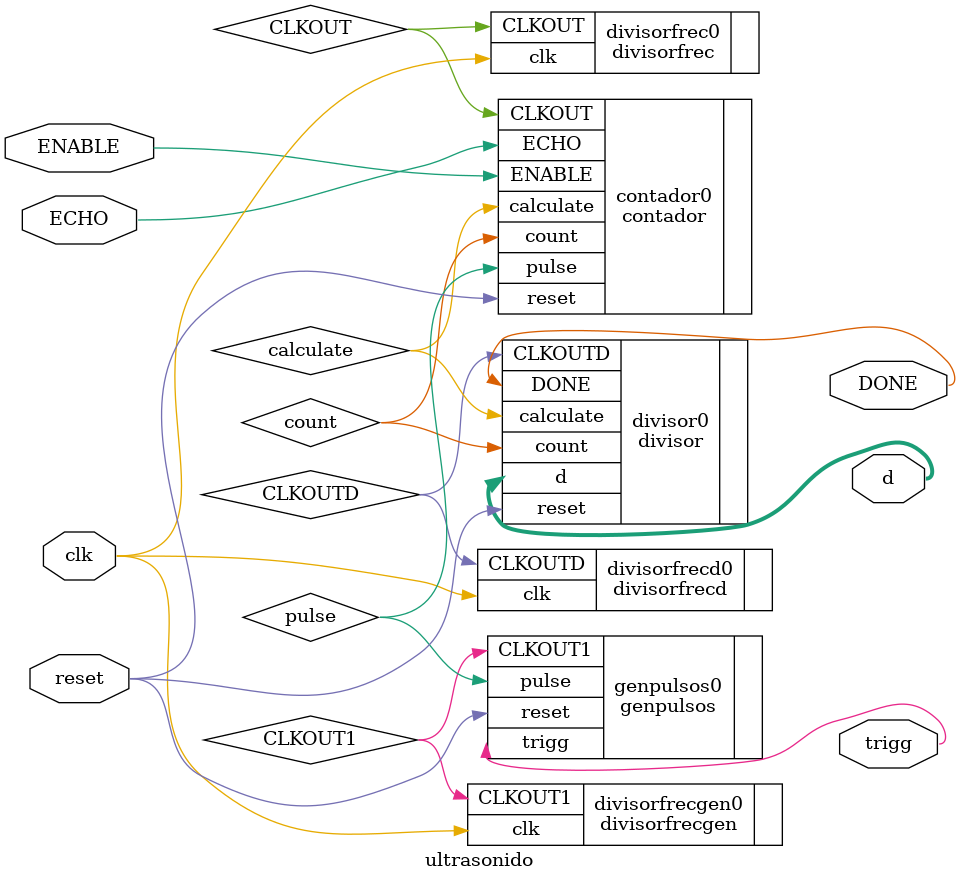
<source format=v>
module	ultrasonido	(
				output [7:0]	d,
				output 		trigg,
				output 		DONE,
				input 		ENABLE,
				input 		ECHO,
				input		clk,
				input		reset

			 );

divisorfrec	divisorfrec0	(	
					.clk		(	clk		),
					.CLKOUT		(	CLKOUT		)
				);

divisorfrecgen	divisorfrecgen0	(	
					.clk		(	clk		),
					.CLKOUT1	(	CLKOUT1		)
				);

divisorfrecd	divisorfrecd0	(
					.clk		(	clk		),
					.CLKOUTD	(	CLKOUTD		)
				);

genpulsos	genpulsos0	(
					.pulse		(	pulse		),
					.CLKOUT1	(	CLKOUT1		),
					.reset		(	reset		),
					.trigg		(	trigg		)
				);


contador	contador0	(
					.reset		(	reset		),
					.count		(	count		),
					.pulse		(	pulse		),
					.calculate	(	calculate	),
					.ECHO		(	ECHO		),
					.ENABLE		(	ENABLE		),
					.CLKOUT		(	CLKOUT		)
				);



divisor		divisor0	(
					.reset		(	reset		),
					.count		(	count		),
					.calculate	(	calculate	),
					.DONE		(	DONE		),
					.d		(	d		),
					.CLKOUTD	(	CLKOUTD		)
				);

endmodule

</source>
